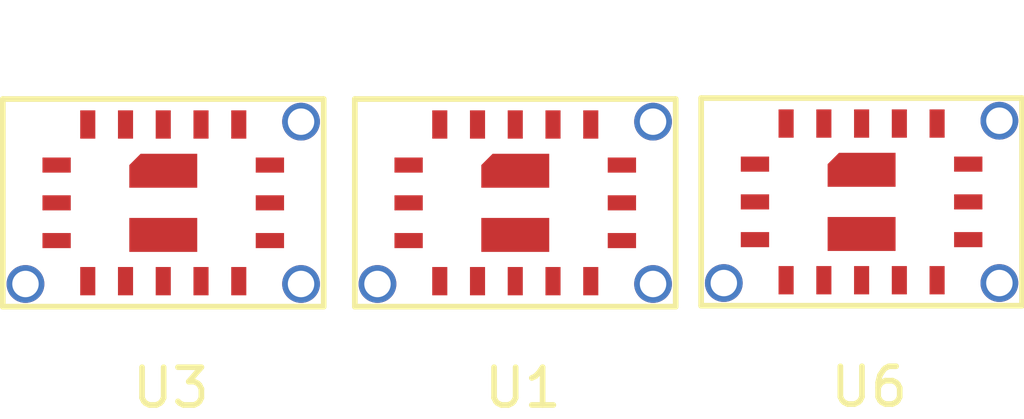
<source format=kicad_pcb>
(kicad_pcb (version 20171130) (host pcbnew "(5.0.0-3-g5ebb6b6)")

  (general
    (thickness 1.6)
    (drawings 0)
    (tracks 0)
    (zones 0)
    (modules 3)
    (nets 26)
  )

  (page A4)
  (layers
    (0 F.Cu signal)
    (31 B.Cu signal)
    (32 B.Adhes user)
    (33 F.Adhes user)
    (34 B.Paste user)
    (35 F.Paste user)
    (36 B.SilkS user)
    (37 F.SilkS user)
    (38 B.Mask user)
    (39 F.Mask user)
    (40 Dwgs.User user)
    (41 Cmts.User user)
    (42 Eco1.User user)
    (43 Eco2.User user)
    (44 Edge.Cuts user)
    (45 Margin user)
    (46 B.CrtYd user)
    (47 F.CrtYd user)
    (48 B.Fab user)
    (49 F.Fab user)
  )

  (setup
    (last_trace_width 0.25)
    (trace_clearance 0.2)
    (zone_clearance 0.508)
    (zone_45_only no)
    (trace_min 0.2)
    (segment_width 0.2)
    (edge_width 0.15)
    (via_size 0.8)
    (via_drill 0.4)
    (via_min_size 0.4)
    (via_min_drill 0.3)
    (uvia_size 0.3)
    (uvia_drill 0.1)
    (uvias_allowed no)
    (uvia_min_size 0.2)
    (uvia_min_drill 0.1)
    (pcb_text_width 0.3)
    (pcb_text_size 1.5 1.5)
    (mod_edge_width 0.15)
    (mod_text_size 1 1)
    (mod_text_width 0.15)
    (pad_size 1.524 1.524)
    (pad_drill 0.762)
    (pad_to_mask_clearance 0.2)
    (aux_axis_origin 0 0)
    (visible_elements FFFFFF7F)
    (pcbplotparams
      (layerselection 0x010fc_ffffffff)
      (usegerberextensions false)
      (usegerberattributes false)
      (usegerberadvancedattributes false)
      (creategerberjobfile false)
      (excludeedgelayer true)
      (linewidth 0.100000)
      (plotframeref false)
      (viasonmask false)
      (mode 1)
      (useauxorigin false)
      (hpglpennumber 1)
      (hpglpenspeed 20)
      (hpglpendiameter 15.000000)
      (psnegative false)
      (psa4output false)
      (plotreference true)
      (plotvalue true)
      (plotinvisibletext false)
      (padsonsilk false)
      (subtractmaskfromsilk false)
      (outputformat 1)
      (mirror false)
      (drillshape 1)
      (scaleselection 1)
      (outputdirectory ""))
  )

  (net 0 "")
  (net 1 "Net-(U1-Pad16)")
  (net 2 "Net-(U1-Pad15)")
  (net 3 "Net-(U1-Pad14)")
  (net 4 "Net-(U1-Pad13)")
  (net 5 "Net-(U1-Pad12)")
  (net 6 /SDA)
  (net 7 +3V3)
  (net 8 GND)
  (net 9 /SCL)
  (net 10 "Net-(U1-Pad4)")
  (net 11 "Net-(R1-Pad1)")
  (net 12 "Net-(R2-Pad1)")
  (net 13 "Net-(U3-Pad4)")
  (net 14 "Net-(U3-Pad12)")
  (net 15 "Net-(U3-Pad13)")
  (net 16 "Net-(U3-Pad14)")
  (net 17 "Net-(U3-Pad15)")
  (net 18 "Net-(U3-Pad16)")
  (net 19 "Net-(U6-Pad16)")
  (net 20 "Net-(U6-Pad15)")
  (net 21 "Net-(U6-Pad14)")
  (net 22 "Net-(U6-Pad13)")
  (net 23 "Net-(U6-Pad12)")
  (net 24 "Net-(U6-Pad4)")
  (net 25 "Net-(R3-Pad1)")

  (net_class Default "This is the default net class."
    (clearance 0.2)
    (trace_width 0.25)
    (via_dia 0.8)
    (via_drill 0.4)
    (uvia_dia 0.3)
    (uvia_drill 0.1)
    (add_net +3V3)
    (add_net /SCL)
    (add_net /SDA)
    (add_net GND)
    (add_net "Net-(R1-Pad1)")
    (add_net "Net-(R2-Pad1)")
    (add_net "Net-(R3-Pad1)")
    (add_net "Net-(U1-Pad12)")
    (add_net "Net-(U1-Pad13)")
    (add_net "Net-(U1-Pad14)")
    (add_net "Net-(U1-Pad15)")
    (add_net "Net-(U1-Pad16)")
    (add_net "Net-(U1-Pad4)")
    (add_net "Net-(U3-Pad12)")
    (add_net "Net-(U3-Pad13)")
    (add_net "Net-(U3-Pad14)")
    (add_net "Net-(U3-Pad15)")
    (add_net "Net-(U3-Pad16)")
    (add_net "Net-(U3-Pad4)")
    (add_net "Net-(U6-Pad12)")
    (add_net "Net-(U6-Pad13)")
    (add_net "Net-(U6-Pad14)")
    (add_net "Net-(U6-Pad15)")
    (add_net "Net-(U6-Pad16)")
    (add_net "Net-(U6-Pad4)")
  )

  (module footprints:SDP3x (layer F.Cu) (tedit 5BB586C6) (tstamp 5BB5934D)
    (at 54.325001 30.35)
    (path /5C72214B)
    (fp_text reference U1 (at 0.2 4.9) (layer F.SilkS)
      (effects (font (size 1 1) (thickness 0.15)))
    )
    (fp_text value SDP32 (at -0.1 -4.5) (layer F.Fab)
      (effects (font (size 1 1) (thickness 0.15)))
    )
    (fp_line (start -4.25 -2.75) (end 4.25 -2.75) (layer F.SilkS) (width 0.15))
    (fp_line (start 4.25 -2.75) (end 4.25 2.75) (layer F.SilkS) (width 0.15))
    (fp_line (start 4.25 2.75) (end -4.25 2.75) (layer F.SilkS) (width 0.15))
    (fp_line (start -4.25 2.75) (end -4.25 -2.75) (layer F.SilkS) (width 0.15))
    (pad 16 smd rect (at -2 -2.25) (size 0.4 0.75) (drill (offset 0 0.175)) (layers F.Cu F.Paste F.Mask)
      (net 1 "Net-(U1-Pad16)"))
    (pad 15 smd rect (at -1 -2.25) (size 0.4 0.75) (drill (offset 0 0.175)) (layers F.Cu F.Paste F.Mask)
      (net 2 "Net-(U1-Pad15)"))
    (pad 14 smd rect (at 0 -2.25) (size 0.4 0.75) (drill (offset 0 0.175)) (layers F.Cu F.Paste F.Mask)
      (net 3 "Net-(U1-Pad14)"))
    (pad 13 smd rect (at 1 -2.25) (size 0.4 0.75) (drill (offset 0 0.175)) (layers F.Cu F.Paste F.Mask)
      (net 4 "Net-(U1-Pad13)"))
    (pad 12 smd rect (at 2 -2.25) (size 0.4 0.75) (drill (offset 0 0.175)) (layers F.Cu F.Paste F.Mask)
      (net 5 "Net-(U1-Pad12)"))
    (pad 8 smd rect (at 2 2.25) (size 0.4 0.75) (drill (offset 0 -0.175)) (layers F.Cu F.Paste F.Mask)
      (net 6 /SDA))
    (pad 7 smd rect (at 1 2.25) (size 0.4 0.75) (drill (offset 0 -0.175)) (layers F.Cu F.Paste F.Mask)
      (net 7 +3V3))
    (pad 6 smd rect (at 0 2.25) (size 0.4 0.75) (drill (offset 0 -0.175)) (layers F.Cu F.Paste F.Mask)
      (net 8 GND))
    (pad 5 smd rect (at -1 2.25) (size 0.4 0.75) (drill (offset 0 -0.175)) (layers F.Cu F.Paste F.Mask)
      (net 9 /SCL))
    (pad 4 smd rect (at -2 2.25) (size 0.4 0.75) (drill (offset 0 -0.175)) (layers F.Cu F.Paste F.Mask)
      (net 10 "Net-(U1-Pad4)"))
    (pad 11 smd rect (at 3 -1) (size 0.75 0.4) (drill (offset -0.175 0)) (layers F.Cu F.Paste F.Mask)
      (net 8 GND))
    (pad 10 smd rect (at 3 0) (size 0.75 0.4) (drill (offset -0.175 0)) (layers F.Cu F.Paste F.Mask)
      (net 8 GND))
    (pad 9 smd rect (at 3 1) (size 0.75 0.4) (drill (offset -0.175 0)) (layers F.Cu F.Paste F.Mask)
      (net 11 "Net-(R1-Pad1)"))
    (pad 3 smd rect (at -3 1) (size 0.75 0.4) (drill (offset 0.175 0)) (layers F.Cu F.Paste F.Mask)
      (net 8 GND))
    (pad 2 smd rect (at -3 0) (size 0.75 0.4) (drill (offset 0.175 0)) (layers F.Cu F.Paste F.Mask)
      (net 8 GND))
    (pad 1 smd rect (at -3 -1) (size 0.75 0.4) (drill (offset 0.175 0)) (layers F.Cu F.Paste F.Mask)
      (net 8 GND))
    (pad "" np_thru_hole circle (at 3.65 -2.15) (size 1 1) (drill 0.7) (layers *.Cu *.Mask))
    (pad "" np_thru_hole circle (at 3.65 2.15) (size 1 1) (drill 0.7) (layers *.Cu *.Mask))
    (pad "" np_thru_hole circle (at -3.65 2.15) (size 1 1) (drill 0.7) (layers *.Cu *.Mask))
    (pad "" smd custom (at 0 -0.85) (size 0.1 0.1) (layers F.Cu F.Paste F.Mask)
      (zone_connect 0)
      (options (clearance outline) (anchor rect))
      (primitives
        (gr_poly (pts
           (xy -0.6 -0.45) (xy 0.9 -0.45) (xy 0.9 0.45) (xy -0.9 0.45) (xy -0.9 -0.15)
) (width 0))
      ))
    (pad "" smd rect (at 0 0.85) (size 1.8 0.9) (layers F.Cu F.Paste F.Mask))
  )

  (module footprints:SDP3x (layer F.Cu) (tedit 5BB586C6) (tstamp 5BB5936A)
    (at 45 30.35)
    (path /5C7292EF)
    (fp_text reference U3 (at 0.2 4.9) (layer F.SilkS)
      (effects (font (size 1 1) (thickness 0.15)))
    )
    (fp_text value SDP32 (at -0.1 -4.5) (layer F.Fab)
      (effects (font (size 1 1) (thickness 0.15)))
    )
    (fp_line (start -4.25 2.75) (end -4.25 -2.75) (layer F.SilkS) (width 0.15))
    (fp_line (start 4.25 2.75) (end -4.25 2.75) (layer F.SilkS) (width 0.15))
    (fp_line (start 4.25 -2.75) (end 4.25 2.75) (layer F.SilkS) (width 0.15))
    (fp_line (start -4.25 -2.75) (end 4.25 -2.75) (layer F.SilkS) (width 0.15))
    (pad "" smd rect (at 0 0.85) (size 1.8 0.9) (layers F.Cu F.Paste F.Mask))
    (pad "" smd custom (at 0 -0.85) (size 0.1 0.1) (layers F.Cu F.Paste F.Mask)
      (zone_connect 0)
      (options (clearance outline) (anchor rect))
      (primitives
        (gr_poly (pts
           (xy -0.6 -0.45) (xy 0.9 -0.45) (xy 0.9 0.45) (xy -0.9 0.45) (xy -0.9 -0.15)
) (width 0))
      ))
    (pad "" np_thru_hole circle (at -3.65 2.15) (size 1 1) (drill 0.7) (layers *.Cu *.Mask))
    (pad "" np_thru_hole circle (at 3.65 2.15) (size 1 1) (drill 0.7) (layers *.Cu *.Mask))
    (pad "" np_thru_hole circle (at 3.65 -2.15) (size 1 1) (drill 0.7) (layers *.Cu *.Mask))
    (pad 1 smd rect (at -3 -1) (size 0.75 0.4) (drill (offset 0.175 0)) (layers F.Cu F.Paste F.Mask)
      (net 8 GND))
    (pad 2 smd rect (at -3 0) (size 0.75 0.4) (drill (offset 0.175 0)) (layers F.Cu F.Paste F.Mask)
      (net 8 GND))
    (pad 3 smd rect (at -3 1) (size 0.75 0.4) (drill (offset 0.175 0)) (layers F.Cu F.Paste F.Mask)
      (net 8 GND))
    (pad 9 smd rect (at 3 1) (size 0.75 0.4) (drill (offset -0.175 0)) (layers F.Cu F.Paste F.Mask)
      (net 12 "Net-(R2-Pad1)"))
    (pad 10 smd rect (at 3 0) (size 0.75 0.4) (drill (offset -0.175 0)) (layers F.Cu F.Paste F.Mask)
      (net 8 GND))
    (pad 11 smd rect (at 3 -1) (size 0.75 0.4) (drill (offset -0.175 0)) (layers F.Cu F.Paste F.Mask)
      (net 8 GND))
    (pad 4 smd rect (at -2 2.25) (size 0.4 0.75) (drill (offset 0 -0.175)) (layers F.Cu F.Paste F.Mask)
      (net 13 "Net-(U3-Pad4)"))
    (pad 5 smd rect (at -1 2.25) (size 0.4 0.75) (drill (offset 0 -0.175)) (layers F.Cu F.Paste F.Mask)
      (net 9 /SCL))
    (pad 6 smd rect (at 0 2.25) (size 0.4 0.75) (drill (offset 0 -0.175)) (layers F.Cu F.Paste F.Mask)
      (net 8 GND))
    (pad 7 smd rect (at 1 2.25) (size 0.4 0.75) (drill (offset 0 -0.175)) (layers F.Cu F.Paste F.Mask)
      (net 7 +3V3))
    (pad 8 smd rect (at 2 2.25) (size 0.4 0.75) (drill (offset 0 -0.175)) (layers F.Cu F.Paste F.Mask)
      (net 6 /SDA))
    (pad 12 smd rect (at 2 -2.25) (size 0.4 0.75) (drill (offset 0 0.175)) (layers F.Cu F.Paste F.Mask)
      (net 14 "Net-(U3-Pad12)"))
    (pad 13 smd rect (at 1 -2.25) (size 0.4 0.75) (drill (offset 0 0.175)) (layers F.Cu F.Paste F.Mask)
      (net 15 "Net-(U3-Pad13)"))
    (pad 14 smd rect (at 0 -2.25) (size 0.4 0.75) (drill (offset 0 0.175)) (layers F.Cu F.Paste F.Mask)
      (net 16 "Net-(U3-Pad14)"))
    (pad 15 smd rect (at -1 -2.25) (size 0.4 0.75) (drill (offset 0 0.175)) (layers F.Cu F.Paste F.Mask)
      (net 17 "Net-(U3-Pad15)"))
    (pad 16 smd rect (at -2 -2.25) (size 0.4 0.75) (drill (offset 0 0.175)) (layers F.Cu F.Paste F.Mask)
      (net 18 "Net-(U3-Pad16)"))
  )

  (module footprints:SDP3x (layer F.Cu) (tedit 5BB586C6) (tstamp 5BB59387)
    (at 63.5 30.325001)
    (path /5C72A3AE)
    (fp_text reference U6 (at 0.2 4.9) (layer F.SilkS)
      (effects (font (size 1 1) (thickness 0.15)))
    )
    (fp_text value SDP32 (at -0.1 -4.5) (layer F.Fab)
      (effects (font (size 1 1) (thickness 0.15)))
    )
    (fp_line (start -4.25 -2.75) (end 4.25 -2.75) (layer F.SilkS) (width 0.15))
    (fp_line (start 4.25 -2.75) (end 4.25 2.75) (layer F.SilkS) (width 0.15))
    (fp_line (start 4.25 2.75) (end -4.25 2.75) (layer F.SilkS) (width 0.15))
    (fp_line (start -4.25 2.75) (end -4.25 -2.75) (layer F.SilkS) (width 0.15))
    (pad 16 smd rect (at -2 -2.25) (size 0.4 0.75) (drill (offset 0 0.175)) (layers F.Cu F.Paste F.Mask)
      (net 19 "Net-(U6-Pad16)"))
    (pad 15 smd rect (at -1 -2.25) (size 0.4 0.75) (drill (offset 0 0.175)) (layers F.Cu F.Paste F.Mask)
      (net 20 "Net-(U6-Pad15)"))
    (pad 14 smd rect (at 0 -2.25) (size 0.4 0.75) (drill (offset 0 0.175)) (layers F.Cu F.Paste F.Mask)
      (net 21 "Net-(U6-Pad14)"))
    (pad 13 smd rect (at 1 -2.25) (size 0.4 0.75) (drill (offset 0 0.175)) (layers F.Cu F.Paste F.Mask)
      (net 22 "Net-(U6-Pad13)"))
    (pad 12 smd rect (at 2 -2.25) (size 0.4 0.75) (drill (offset 0 0.175)) (layers F.Cu F.Paste F.Mask)
      (net 23 "Net-(U6-Pad12)"))
    (pad 8 smd rect (at 2 2.25) (size 0.4 0.75) (drill (offset 0 -0.175)) (layers F.Cu F.Paste F.Mask)
      (net 6 /SDA))
    (pad 7 smd rect (at 1 2.25) (size 0.4 0.75) (drill (offset 0 -0.175)) (layers F.Cu F.Paste F.Mask)
      (net 7 +3V3))
    (pad 6 smd rect (at 0 2.25) (size 0.4 0.75) (drill (offset 0 -0.175)) (layers F.Cu F.Paste F.Mask)
      (net 8 GND))
    (pad 5 smd rect (at -1 2.25) (size 0.4 0.75) (drill (offset 0 -0.175)) (layers F.Cu F.Paste F.Mask)
      (net 9 /SCL))
    (pad 4 smd rect (at -2 2.25) (size 0.4 0.75) (drill (offset 0 -0.175)) (layers F.Cu F.Paste F.Mask)
      (net 24 "Net-(U6-Pad4)"))
    (pad 11 smd rect (at 3 -1) (size 0.75 0.4) (drill (offset -0.175 0)) (layers F.Cu F.Paste F.Mask)
      (net 8 GND))
    (pad 10 smd rect (at 3 0) (size 0.75 0.4) (drill (offset -0.175 0)) (layers F.Cu F.Paste F.Mask)
      (net 8 GND))
    (pad 9 smd rect (at 3 1) (size 0.75 0.4) (drill (offset -0.175 0)) (layers F.Cu F.Paste F.Mask)
      (net 25 "Net-(R3-Pad1)"))
    (pad 3 smd rect (at -3 1) (size 0.75 0.4) (drill (offset 0.175 0)) (layers F.Cu F.Paste F.Mask)
      (net 8 GND))
    (pad 2 smd rect (at -3 0) (size 0.75 0.4) (drill (offset 0.175 0)) (layers F.Cu F.Paste F.Mask)
      (net 8 GND))
    (pad 1 smd rect (at -3 -1) (size 0.75 0.4) (drill (offset 0.175 0)) (layers F.Cu F.Paste F.Mask)
      (net 8 GND))
    (pad "" np_thru_hole circle (at 3.65 -2.15) (size 1 1) (drill 0.7) (layers *.Cu *.Mask))
    (pad "" np_thru_hole circle (at 3.65 2.15) (size 1 1) (drill 0.7) (layers *.Cu *.Mask))
    (pad "" np_thru_hole circle (at -3.65 2.15) (size 1 1) (drill 0.7) (layers *.Cu *.Mask))
    (pad "" smd custom (at 0 -0.85) (size 0.1 0.1) (layers F.Cu F.Paste F.Mask)
      (zone_connect 0)
      (options (clearance outline) (anchor rect))
      (primitives
        (gr_poly (pts
           (xy -0.6 -0.45) (xy 0.9 -0.45) (xy 0.9 0.45) (xy -0.9 0.45) (xy -0.9 -0.15)
) (width 0))
      ))
    (pad "" smd rect (at 0 0.85) (size 1.8 0.9) (layers F.Cu F.Paste F.Mask))
  )

)

</source>
